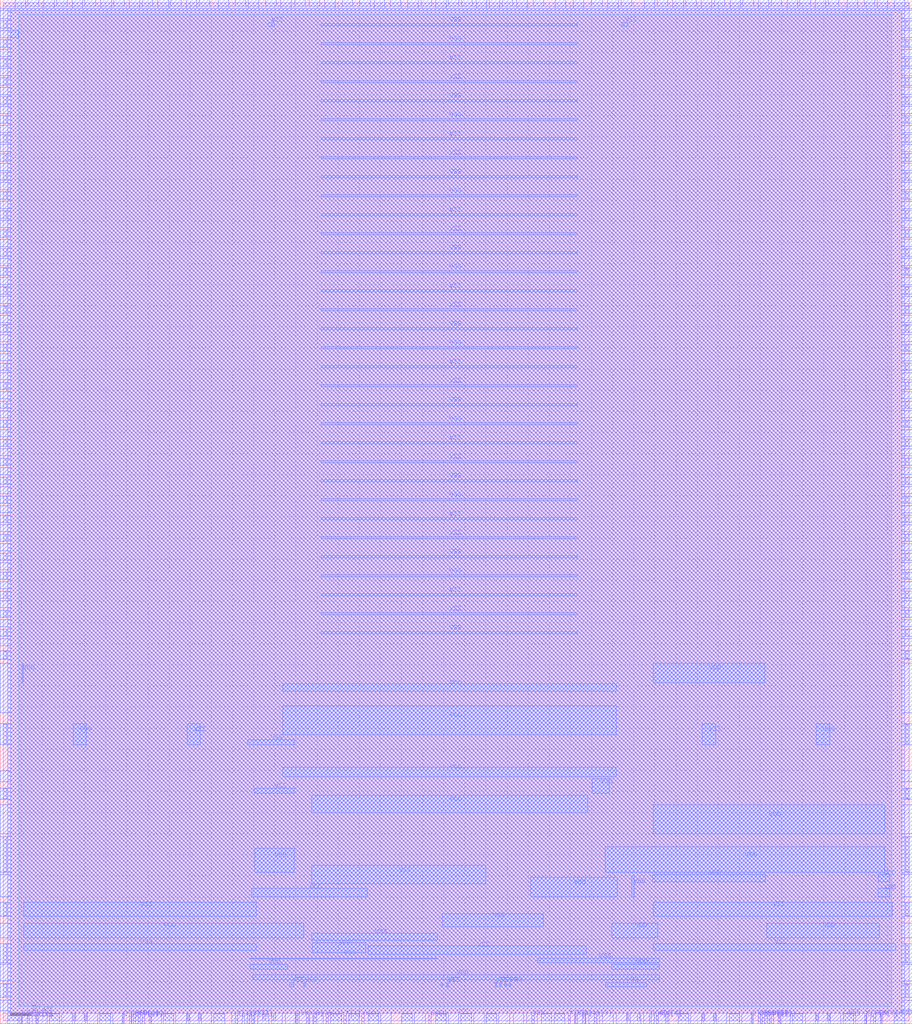
<source format=lef>
VERSION 5.7 ;
  NOWIREEXTENSIONATPIN ON ;
  DIVIDERCHAR "/" ;
  BUSBITCHARS "[]" ;
MACRO gf180mcu_fd_ip_sram__sram512x8m8wm1
  CLASS BLOCK ;
  FOREIGN gf180mcu_fd_ip_sram__sram512x8m8wm1 ;
  ORIGIN 0.000 0.000 ;
  SIZE 431.860 BY 484.880 ;
  SYMMETRY X Y R90 ;
  PIN A[8]
    DIRECTION INPUT ;
    USE SIGNAL ;
    ANTENNADIFFAREA 1.997600 ;
    PORT
      LAYER Metal2 ;
        RECT 145.030 0.000 146.150 5.000 ;
    END
  END A[8]
  PIN A[7]
    DIRECTION INPUT ;
    USE SIGNAL ;
    ANTENNADIFFAREA 1.997600 ;
    PORT
      LAYER Metal2 ;
        RECT 148.525 0.000 149.645 5.000 ;
    END
  END A[7]
  PIN A[6]
    DIRECTION INPUT ;
    USE SIGNAL ;
    ANTENNADIFFAREA 1.997600 ;
    PORT
      LAYER Metal2 ;
        RECT 268.860 0.000 269.980 5.000 ;
    END
  END A[6]
  PIN A[5]
    DIRECTION INPUT ;
    USE SIGNAL ;
    ANTENNADIFFAREA 1.997600 ;
    PORT
      LAYER Metal2 ;
        RECT 272.085 0.000 273.205 5.000 ;
    END
  END A[5]
  PIN A[4]
    DIRECTION INPUT ;
    USE SIGNAL ;
    ANTENNADIFFAREA 1.997600 ;
    PORT
      LAYER Metal2 ;
        RECT 275.820 0.000 276.940 5.000 ;
    END
  END A[4]
  PIN A[3]
    DIRECTION INPUT ;
    USE SIGNAL ;
    ANTENNADIFFAREA 1.997600 ;
    PORT
      LAYER Metal2 ;
        RECT 281.325 0.000 282.445 5.000 ;
    END
  END A[3]
  PIN A[2]
    DIRECTION INPUT ;
    USE SIGNAL ;
    ANTENNADIFFAREA 1.997600 ;
    PORT
      LAYER Metal2 ;
        RECT 154.295 0.000 155.415 5.000 ;
    END
  END A[2]
  PIN A[1]
    DIRECTION INPUT ;
    USE SIGNAL ;
    ANTENNADIFFAREA 1.997600 ;
    PORT
      LAYER Metal2 ;
        RECT 162.760 0.000 163.880 5.000 ;
    END
  END A[1]
  PIN A[0]
    DIRECTION INPUT ;
    USE SIGNAL ;
    ANTENNADIFFAREA 1.997600 ;
    PORT
      LAYER Metal2 ;
        RECT 171.215 0.000 172.335 5.000 ;
    END
  END A[0]
  PIN CEN
    DIRECTION INPUT ;
    USE SIGNAL ;
    ANTENNADIFFAREA 1.997600 ;
    PORT
      LAYER Metal2 ;
        RECT 251.710 0.000 252.830 5.000 ;
    END
  END CEN
  PIN CLK
    DIRECTION INPUT ;
    USE SIGNAL ;
    ANTENNAGATEAREA 44.706600 ;
    PORT
      LAYER Metal2 ;
        RECT 139.680 0.000 140.800 5.000 ;
    END
  END CLK
  PIN D[7]
    DIRECTION INPUT ;
    USE SIGNAL ;
    ANTENNAGATEAREA 1.152000 ;
    PORT
      LAYER Metal2 ;
        RECT 416.860 0.000 417.980 5.000 ;
    END
  END D[7]
  PIN D[6]
    DIRECTION INPUT ;
    USE SIGNAL ;
    ANTENNAGATEAREA 1.152000 ;
    PORT
      LAYER Metal2 ;
        RECT 365.150 0.000 366.270 5.000 ;
    END
  END D[6]
  PIN D[5]
    DIRECTION INPUT ;
    USE SIGNAL ;
    ANTENNAGATEAREA 1.152000 ;
    PORT
      LAYER Metal2 ;
        RECT 358.910 0.000 360.030 5.000 ;
    END
  END D[5]
  PIN D[4]
    DIRECTION INPUT ;
    USE SIGNAL ;
    ANTENNAGATEAREA 1.152000 ;
    PORT
      LAYER Metal2 ;
        RECT 307.235 0.000 308.355 5.000 ;
    END
  END D[4]
  PIN D[3]
    DIRECTION INPUT ;
    USE SIGNAL ;
    ANTENNAGATEAREA 1.152000 ;
    PORT
      LAYER Metal2 ;
        RECT 118.975 0.000 120.095 5.000 ;
    END
  END D[3]
  PIN D[2]
    DIRECTION INPUT ;
    USE SIGNAL ;
    ANTENNAGATEAREA 1.152000 ;
    PORT
      LAYER Metal2 ;
        RECT 67.270 0.000 68.390 5.000 ;
    END
  END D[2]
  PIN D[1]
    DIRECTION INPUT ;
    USE SIGNAL ;
    ANTENNAGATEAREA 1.152000 ;
    PORT
      LAYER Metal2 ;
        RECT 61.030 0.000 62.150 5.000 ;
    END
  END D[1]
  PIN D[0]
    DIRECTION INPUT ;
    USE SIGNAL ;
    ANTENNAGATEAREA 1.152000 ;
    PORT
      LAYER Metal2 ;
        RECT 9.320 0.000 10.440 5.000 ;
    END
  END D[0]
  PIN GWEN
    DIRECTION INPUT ;
    USE SIGNAL ;
    ANTENNAGATEAREA 14.466000 ;
    PORT
      LAYER Metal2 ;
        RECT 202.940 0.000 204.060 5.000 ;
    END
  END GWEN
  PIN Q[7]
    DIRECTION OUTPUT ;
    USE SIGNAL ;
    ANTENNADIFFAREA 11.328000 ;
    PORT
      LAYER Metal2 ;
        RECT 409.275 0.000 410.395 5.000 ;
    END
  END Q[7]
  PIN Q[6]
    DIRECTION OUTPUT ;
    USE SIGNAL ;
    ANTENNADIFFAREA 11.328000 ;
    PORT
      LAYER Metal2 ;
        RECT 368.515 0.000 369.635 5.000 ;
    END
  END Q[6]
  PIN Q[5]
    DIRECTION OUTPUT ;
    USE SIGNAL ;
    ANTENNADIFFAREA 11.328000 ;
    PORT
      LAYER Metal2 ;
        RECT 355.545 0.000 356.665 5.000 ;
    END
  END Q[5]
  PIN Q[4]
    DIRECTION OUTPUT ;
    USE SIGNAL ;
    ANTENNADIFFAREA 11.328000 ;
    PORT
      LAYER Metal2 ;
        RECT 314.790 0.000 315.910 5.000 ;
    END
  END Q[4]
  PIN Q[3]
    DIRECTION OUTPUT ;
    USE SIGNAL ;
    ANTENNADIFFAREA 11.328000 ;
    PORT
      LAYER Metal2 ;
        RECT 111.395 0.000 112.515 5.000 ;
    END
  END Q[3]
  PIN Q[2]
    DIRECTION OUTPUT ;
    USE SIGNAL ;
    ANTENNADIFFAREA 11.328000 ;
    PORT
      LAYER Metal2 ;
        RECT 70.635 0.000 71.755 5.000 ;
    END
  END Q[2]
  PIN Q[1]
    DIRECTION OUTPUT ;
    USE SIGNAL ;
    ANTENNADIFFAREA 11.328000 ;
    PORT
      LAYER Metal2 ;
        RECT 57.665 0.000 58.785 5.000 ;
    END
  END Q[1]
  PIN Q[0]
    DIRECTION OUTPUT ;
    USE SIGNAL ;
    ANTENNADIFFAREA 11.328000 ;
    PORT
      LAYER Metal2 ;
        RECT 16.900 0.000 18.020 5.000 ;
    END
  END Q[0]
  PIN VDD
    DIRECTION INOUT ;
    USE POWER ;
    PORT
      LAYER Metal2 ;
        RECT 3.530 479.880 428.330 480.880 ;
        RECT 3.530 5.000 5.000 479.880 ;
        RECT 426.860 5.000 428.330 479.880 ;
        RECT 3.530 1.410 8.530 5.000 ;
        RECT 423.330 1.410 428.330 5.000 ;
      LAYER Metal3 ;
        RECT 7.005 480.880 12.005 484.880 ;
        RECT 20.685 480.880 25.685 484.880 ;
        RECT 34.005 480.880 39.005 484.880 ;
        RECT 47.685 480.880 52.685 484.880 ;
        RECT 61.005 480.880 66.005 484.880 ;
        RECT 74.685 480.880 79.685 484.880 ;
        RECT 88.005 480.880 93.005 484.880 ;
        RECT 103.265 480.880 108.265 484.880 ;
        RECT 117.415 480.880 122.415 484.880 ;
        RECT 132.860 480.880 137.860 484.880 ;
        RECT 153.550 480.880 158.550 484.880 ;
        RECT 177.075 480.880 182.075 484.880 ;
        RECT 192.925 480.880 197.925 484.880 ;
        RECT 206.150 480.880 211.150 484.880 ;
        RECT 225.345 480.880 230.345 484.880 ;
        RECT 231.565 480.880 236.565 484.880 ;
        RECT 244.505 480.880 249.505 484.880 ;
        RECT 262.845 480.880 267.845 484.880 ;
        RECT 271.310 480.880 276.310 484.880 ;
        RECT 287.735 480.880 292.735 484.880 ;
        RECT 304.885 480.880 309.885 484.880 ;
        RECT 318.565 480.880 323.565 484.880 ;
        RECT 331.885 480.880 336.885 484.880 ;
        RECT 345.565 480.880 350.565 484.880 ;
        RECT 358.885 480.880 363.885 484.880 ;
        RECT 372.565 480.880 377.565 484.880 ;
        RECT 385.885 480.880 390.885 484.880 ;
        RECT 401.145 480.880 406.145 484.880 ;
        RECT 415.295 480.880 420.295 484.880 ;
        RECT 423.330 480.880 428.330 484.880 ;
        RECT 0.000 479.880 431.860 480.880 ;
        RECT 0.000 475.880 5.000 479.880 ;
        RECT 426.860 475.880 431.860 479.880 ;
        RECT 0.000 466.880 8.530 470.380 ;
        RECT 426.860 466.880 431.860 470.380 ;
        RECT 0.000 457.880 5.000 461.380 ;
        RECT 426.860 457.880 431.860 461.380 ;
        RECT 0.000 448.880 5.000 452.380 ;
        RECT 426.860 448.880 431.860 452.380 ;
        RECT 0.000 439.880 5.000 443.380 ;
        RECT 426.860 439.880 431.860 443.380 ;
        RECT 0.000 430.880 5.000 434.380 ;
        RECT 426.860 430.880 431.860 434.380 ;
        RECT 0.000 421.880 5.000 425.380 ;
        RECT 426.860 421.880 431.860 425.380 ;
        RECT 0.000 412.880 5.000 416.380 ;
        RECT 426.860 412.880 431.860 416.380 ;
        RECT 0.000 403.880 5.000 407.380 ;
        RECT 426.860 403.880 431.860 407.380 ;
        RECT 0.000 394.880 5.000 398.380 ;
        RECT 426.860 394.880 431.860 398.380 ;
        RECT 0.000 385.880 5.000 389.380 ;
        RECT 426.860 385.880 431.860 389.380 ;
        RECT 0.000 376.880 5.000 380.380 ;
        RECT 426.860 376.880 431.860 380.380 ;
        RECT 0.000 367.880 5.000 371.380 ;
        RECT 426.860 367.880 431.860 371.380 ;
        RECT 0.000 358.880 5.000 362.380 ;
        RECT 426.860 358.880 431.860 362.380 ;
        RECT 0.000 349.880 5.000 353.380 ;
        RECT 426.860 349.880 431.860 353.380 ;
        RECT 0.000 340.880 5.000 344.380 ;
        RECT 426.860 340.880 431.860 344.380 ;
        RECT 0.000 331.880 5.000 335.380 ;
        RECT 426.860 331.880 431.860 335.380 ;
        RECT 0.000 322.880 5.000 326.380 ;
        RECT 426.860 322.880 431.860 326.380 ;
        RECT 0.000 313.880 5.000 317.380 ;
        RECT 426.860 313.880 431.860 317.380 ;
        RECT 0.000 304.880 5.000 308.380 ;
        RECT 426.860 304.880 431.860 308.380 ;
        RECT 0.000 295.880 5.000 299.380 ;
        RECT 426.860 295.880 431.860 299.380 ;
        RECT 0.000 286.880 5.000 290.380 ;
        RECT 426.860 286.880 431.860 290.380 ;
        RECT 0.000 277.880 5.000 281.380 ;
        RECT 426.860 277.880 431.860 281.380 ;
        RECT 0.000 268.880 5.000 272.380 ;
        RECT 426.860 268.880 431.860 272.380 ;
        RECT 0.000 259.880 5.000 263.380 ;
        RECT 426.860 259.880 431.860 263.380 ;
        RECT 0.000 250.880 5.000 254.380 ;
        RECT 426.860 250.880 431.860 254.380 ;
        RECT 0.000 241.880 5.000 245.380 ;
        RECT 426.860 241.880 431.860 245.380 ;
        RECT 0.000 232.880 5.000 236.380 ;
        RECT 426.860 232.880 431.860 236.380 ;
        RECT 0.000 223.880 5.000 227.380 ;
        RECT 426.860 223.880 431.860 227.380 ;
        RECT 0.000 214.880 5.000 218.380 ;
        RECT 426.860 214.880 431.860 218.380 ;
        RECT 0.000 205.880 5.000 209.380 ;
        RECT 426.860 205.880 431.860 209.380 ;
        RECT 0.000 196.880 5.000 200.380 ;
        RECT 426.860 196.880 431.860 200.380 ;
        RECT 0.000 187.880 5.000 191.380 ;
        RECT 426.860 187.880 431.860 191.380 ;
        RECT 0.000 178.880 5.000 182.380 ;
        RECT 426.860 178.880 431.860 182.380 ;
        RECT 0.000 147.150 5.000 170.625 ;
        RECT 426.860 147.150 431.860 170.625 ;
        RECT 0.000 114.690 5.000 119.690 ;
        RECT 426.860 114.690 431.860 119.690 ;
        RECT 0.000 90.080 5.000 103.695 ;
        RECT 426.860 90.080 431.860 103.695 ;
        RECT 0.000 60.180 5.000 70.890 ;
        RECT 426.860 60.180 431.860 70.890 ;
        RECT 0.000 40.760 5.000 47.575 ;
        RECT 426.860 40.760 431.860 47.575 ;
        RECT 0.000 20.300 5.000 28.145 ;
        RECT 426.860 20.300 431.860 28.145 ;
        RECT 0.000 6.160 5.000 11.160 ;
        RECT 3.530 5.000 5.000 6.160 ;
        RECT 426.860 6.160 431.860 11.160 ;
        RECT 426.860 5.000 428.330 6.160 ;
        RECT 3.530 0.000 8.530 5.000 ;
        RECT 10.195 0.000 15.195 5.000 ;
        RECT 17.210 0.000 22.210 5.000 ;
        RECT 29.210 0.000 34.210 5.000 ;
        RECT 35.210 0.000 40.210 5.000 ;
        RECT 41.210 0.000 46.210 5.000 ;
        RECT 53.210 0.000 58.210 5.000 ;
        RECT 62.215 0.000 67.215 5.000 ;
        RECT 71.210 0.000 76.210 5.000 ;
        RECT 83.210 0.000 88.210 5.000 ;
        RECT 89.210 0.000 94.210 5.000 ;
        RECT 95.210 0.000 100.210 5.000 ;
        RECT 109.550 0.000 114.550 5.000 ;
        RECT 115.550 0.000 120.550 5.000 ;
        RECT 122.050 0.000 127.050 5.000 ;
        RECT 128.550 0.000 133.550 5.000 ;
        RECT 135.050 0.000 140.050 5.000 ;
        RECT 141.550 0.000 146.550 5.000 ;
        RECT 148.050 0.000 153.050 5.000 ;
        RECT 180.155 0.000 185.155 5.000 ;
        RECT 196.140 0.000 201.140 5.000 ;
        RECT 212.165 0.000 217.165 5.000 ;
        RECT 224.165 0.000 229.165 5.000 ;
        RECT 236.165 0.000 241.165 5.000 ;
        RECT 242.830 0.000 247.830 5.000 ;
        RECT 249.380 0.000 254.380 5.000 ;
        RECT 272.290 0.000 277.290 5.000 ;
        RECT 278.790 0.000 283.790 5.000 ;
        RECT 285.290 0.000 290.290 5.000 ;
        RECT 291.790 0.000 296.790 5.000 ;
        RECT 298.290 0.000 303.290 5.000 ;
        RECT 304.790 0.000 309.790 5.000 ;
        RECT 311.475 0.000 316.475 5.000 ;
        RECT 327.090 0.000 332.090 5.000 ;
        RECT 333.090 0.000 338.090 5.000 ;
        RECT 339.090 0.000 344.090 5.000 ;
        RECT 351.090 0.000 356.090 5.000 ;
        RECT 360.085 0.000 365.085 5.000 ;
        RECT 369.090 0.000 374.090 5.000 ;
        RECT 381.090 0.000 386.090 5.000 ;
        RECT 387.090 0.000 392.090 5.000 ;
        RECT 393.090 0.000 398.090 5.000 ;
        RECT 405.090 0.000 410.090 5.000 ;
        RECT 412.095 0.000 417.095 5.000 ;
        RECT 423.330 0.000 428.330 5.000 ;
    END
    PORT
      LAYER Metal3 ;
        RECT 11.130 40.770 143.645 47.575 ;
    END
    PORT
      LAYER Metal3 ;
        RECT 147.685 33.720 173.110 38.260 ;
    END
    PORT
      LAYER Metal3 ;
        RECT 10.475 161.575 10.940 170.630 ;
    END
    PORT
      LAYER Metal3 ;
        RECT 133.860 157.430 291.755 160.995 ;
    END
    PORT
      LAYER Metal3 ;
        RECT 133.860 136.910 291.755 150.525 ;
    END
    PORT
      LAYER Metal3 ;
        RECT 309.265 161.575 361.915 170.625 ;
    END
    PORT
      LAYER Metal3 ;
        RECT 133.850 116.850 291.740 121.390 ;
    END
    PORT
      LAYER Metal3 ;
        RECT 147.565 99.845 278.225 108.125 ;
    END
    PORT
      LAYER Metal3 ;
        RECT 309.125 90.075 418.815 103.695 ;
    END
    PORT
      LAYER Metal3 ;
        RECT 119.105 60.230 173.805 64.235 ;
    END
    PORT
      LAYER Metal3 ;
        RECT 251.140 60.175 292.105 69.330 ;
    END
    PORT
      LAYER Metal3 ;
        RECT 299.130 60.175 300.130 70.085 ;
    END
    PORT
      LAYER Metal3 ;
        RECT 309.035 67.305 362.145 70.890 ;
    END
    PORT
      LAYER Metal3 ;
        RECT 415.845 60.175 421.105 64.235 ;
    END
    PORT
      LAYER Metal3 ;
        RECT 415.845 67.305 421.105 70.895 ;
    END
    PORT
      LAYER Metal3 ;
        RECT 289.545 40.770 311.390 47.580 ;
    END
    PORT
      LAYER Metal3 ;
        RECT 363.010 40.760 416.170 47.575 ;
    END
    PORT
      LAYER Metal3 ;
        RECT 118.435 25.875 136.070 28.150 ;
    END
    PORT
      LAYER Metal3 ;
        RECT 119.545 20.830 312.145 23.095 ;
    END
    PORT
      LAYER Metal3 ;
        RECT 289.545 25.875 312.145 28.150 ;
    END
  END VDD
  PIN VSS
    DIRECTION INOUT ;
    USE GROUND ;
    PORT
      LAYER Metal1 ;
        RECT 1.410 479.880 430.450 483.470 ;
        RECT 1.410 5.000 5.000 479.880 ;
        RECT 426.860 5.000 430.450 479.880 ;
        RECT 1.410 1.410 430.450 5.000 ;
      LAYER Metal2 ;
        RECT 1.410 481.840 430.450 483.470 ;
        RECT 1.410 471.390 3.030 474.870 ;
        RECT 428.830 471.390 430.450 474.870 ;
        RECT 1.410 462.390 3.030 465.870 ;
        RECT 428.830 462.390 430.450 465.870 ;
        RECT 1.410 453.390 3.030 456.870 ;
        RECT 428.830 453.390 430.450 456.870 ;
        RECT 1.410 444.390 3.030 447.870 ;
        RECT 428.830 444.390 430.450 447.870 ;
        RECT 1.410 435.390 3.030 438.870 ;
        RECT 428.830 435.390 430.450 438.870 ;
        RECT 1.410 426.390 3.030 429.870 ;
        RECT 428.830 426.390 430.450 429.870 ;
        RECT 1.410 417.390 3.030 420.870 ;
        RECT 428.830 417.390 430.450 420.870 ;
        RECT 1.410 408.390 3.030 411.870 ;
        RECT 428.830 408.390 430.450 411.870 ;
        RECT 1.410 399.390 3.030 402.870 ;
        RECT 428.830 399.390 430.450 402.870 ;
        RECT 1.410 390.390 3.030 393.870 ;
        RECT 428.830 390.390 430.450 393.870 ;
        RECT 1.410 381.390 3.030 384.870 ;
        RECT 428.830 381.390 430.450 384.870 ;
        RECT 1.410 372.390 3.030 375.870 ;
        RECT 428.830 372.390 430.450 375.870 ;
        RECT 1.410 363.390 3.030 366.870 ;
        RECT 428.830 363.390 430.450 366.870 ;
        RECT 1.410 354.390 3.030 357.870 ;
        RECT 428.830 354.390 430.450 357.870 ;
        RECT 1.410 345.390 3.030 348.870 ;
        RECT 428.830 345.390 430.450 348.870 ;
        RECT 1.410 336.390 3.030 339.870 ;
        RECT 428.830 336.390 430.450 339.870 ;
        RECT 1.410 327.390 3.030 330.870 ;
        RECT 428.830 327.390 430.450 330.870 ;
        RECT 1.410 318.390 3.030 321.870 ;
        RECT 428.830 318.390 430.450 321.870 ;
        RECT 1.410 309.390 3.030 312.870 ;
        RECT 428.830 309.390 430.450 312.870 ;
        RECT 1.410 300.390 3.030 303.870 ;
        RECT 428.830 300.390 430.450 303.870 ;
        RECT 1.410 291.390 3.030 294.870 ;
        RECT 428.830 291.390 430.450 294.870 ;
        RECT 1.410 282.390 3.030 285.870 ;
        RECT 428.830 282.390 430.450 285.870 ;
        RECT 1.410 273.390 3.030 276.870 ;
        RECT 428.830 273.390 430.450 276.870 ;
        RECT 1.410 264.390 3.030 267.870 ;
        RECT 428.830 264.390 430.450 267.870 ;
        RECT 1.410 255.390 3.030 258.870 ;
        RECT 428.830 255.390 430.450 258.870 ;
        RECT 1.410 246.390 3.030 249.870 ;
        RECT 428.830 246.390 430.450 249.870 ;
        RECT 1.410 237.390 3.030 240.870 ;
        RECT 428.830 237.390 430.450 240.870 ;
        RECT 1.410 228.390 3.030 231.870 ;
        RECT 428.830 228.390 430.450 231.870 ;
        RECT 1.410 219.390 3.030 222.870 ;
        RECT 428.830 219.390 430.450 222.870 ;
        RECT 1.410 210.390 3.030 213.870 ;
        RECT 428.830 210.390 430.450 213.870 ;
        RECT 1.410 201.390 3.030 204.870 ;
        RECT 428.830 201.390 430.450 204.870 ;
        RECT 1.410 192.390 3.030 195.870 ;
        RECT 428.830 192.390 430.450 195.870 ;
        RECT 1.410 183.390 3.030 186.870 ;
        RECT 428.830 183.390 430.450 186.870 ;
        RECT 1.410 172.890 3.030 176.370 ;
        RECT 428.830 172.890 430.450 176.370 ;
        RECT 1.410 132.690 3.030 141.750 ;
        RECT 428.830 132.690 430.450 141.750 ;
        RECT 1.410 106.555 3.030 111.275 ;
        RECT 428.830 106.555 430.450 111.275 ;
        RECT 1.410 71.990 3.030 88.490 ;
        RECT 428.830 71.990 430.450 88.490 ;
        RECT 1.410 51.135 3.030 57.095 ;
        RECT 428.830 51.135 430.450 57.095 ;
        RECT 1.410 28.855 3.030 37.915 ;
        RECT 428.830 28.855 430.450 37.915 ;
        RECT 1.410 12.635 3.030 18.595 ;
        RECT 428.830 12.635 430.450 18.595 ;
        RECT 23.210 1.410 28.210 5.000 ;
        RECT 34.635 1.410 35.755 5.000 ;
        RECT 39.730 1.410 40.850 5.000 ;
        RECT 47.210 1.410 52.210 5.000 ;
        RECT 77.210 1.410 82.210 5.000 ;
        RECT 88.635 1.410 89.755 5.000 ;
        RECT 93.730 1.410 94.850 5.000 ;
        RECT 101.210 1.410 106.210 5.000 ;
        RECT 124.280 1.410 125.400 5.000 ;
        RECT 129.365 1.410 130.485 5.000 ;
        RECT 156.620 1.410 161.620 5.000 ;
        RECT 165.110 1.410 170.110 5.000 ;
        RECT 174.155 1.410 179.155 5.000 ;
        RECT 190.140 1.410 195.140 5.000 ;
        RECT 206.165 1.410 211.165 5.000 ;
        RECT 218.165 1.410 223.165 5.000 ;
        RECT 230.165 1.410 235.165 5.000 ;
        RECT 256.165 1.410 261.165 5.000 ;
        RECT 262.390 1.410 267.390 5.000 ;
        RECT 296.565 1.410 297.685 5.000 ;
        RECT 301.650 1.410 302.770 5.000 ;
        RECT 321.090 1.410 326.090 5.000 ;
        RECT 332.515 1.410 333.635 5.000 ;
        RECT 337.610 1.410 338.730 5.000 ;
        RECT 345.090 1.410 350.090 5.000 ;
        RECT 375.090 1.410 380.090 5.000 ;
        RECT 386.515 1.410 387.635 5.000 ;
        RECT 391.610 1.410 392.730 5.000 ;
        RECT 399.090 1.410 404.090 5.000 ;
      LAYER Metal3 ;
        RECT 13.130 481.840 18.130 484.880 ;
        RECT 26.810 481.840 31.810 484.880 ;
        RECT 40.130 481.840 45.130 484.880 ;
        RECT 53.810 481.840 58.810 484.880 ;
        RECT 67.130 481.840 72.130 484.880 ;
        RECT 80.810 481.840 85.810 484.880 ;
        RECT 94.130 481.840 99.130 484.880 ;
        RECT 111.290 481.840 116.290 484.880 ;
        RECT 125.790 481.840 130.790 484.880 ;
        RECT 139.385 481.840 144.385 484.880 ;
        RECT 146.365 481.840 151.365 484.880 ;
        RECT 161.905 481.840 166.905 484.880 ;
        RECT 170.120 481.840 175.120 484.880 ;
        RECT 184.740 481.840 189.740 484.880 ;
        RECT 199.410 481.840 204.410 484.880 ;
        RECT 212.150 481.840 217.150 484.880 ;
        RECT 218.565 481.840 223.565 484.880 ;
        RECT 237.690 481.840 242.690 484.880 ;
        RECT 252.325 481.840 257.325 484.880 ;
        RECT 279.950 481.840 284.950 484.880 ;
        RECT 293.955 481.840 298.955 484.880 ;
        RECT 311.010 481.840 316.010 484.880 ;
        RECT 324.690 481.840 329.690 484.880 ;
        RECT 338.010 481.840 343.010 484.880 ;
        RECT 351.690 481.840 356.690 484.880 ;
        RECT 365.010 481.840 370.010 484.880 ;
        RECT 378.690 481.840 383.690 484.880 ;
        RECT 392.010 481.840 397.010 484.880 ;
        RECT 409.170 481.840 414.170 484.880 ;
        RECT 0.000 471.380 5.000 474.880 ;
        RECT 426.860 471.380 431.860 474.880 ;
        RECT 0.000 462.380 5.000 465.880 ;
        RECT 426.860 462.380 431.860 465.880 ;
        RECT 0.000 453.380 5.000 456.880 ;
        RECT 426.860 453.380 431.860 456.880 ;
        RECT 0.000 444.380 5.000 447.880 ;
        RECT 426.860 444.380 431.860 447.880 ;
        RECT 0.000 435.380 5.000 438.880 ;
        RECT 426.860 435.380 431.860 438.880 ;
        RECT 0.000 426.380 5.000 429.880 ;
        RECT 426.860 426.380 431.860 429.880 ;
        RECT 0.000 417.380 5.000 420.880 ;
        RECT 426.860 417.380 431.860 420.880 ;
        RECT 0.000 408.380 5.000 411.880 ;
        RECT 426.860 408.380 431.860 411.880 ;
        RECT 0.000 399.380 5.000 402.880 ;
        RECT 426.860 399.380 431.860 402.880 ;
        RECT 0.000 390.380 5.000 393.880 ;
        RECT 426.860 390.380 431.860 393.880 ;
        RECT 0.000 381.380 5.000 384.880 ;
        RECT 426.860 381.380 431.860 384.880 ;
        RECT 0.000 372.380 5.000 375.880 ;
        RECT 426.860 372.380 431.860 375.880 ;
        RECT 0.000 363.380 5.000 366.880 ;
        RECT 426.860 363.380 431.860 366.880 ;
        RECT 0.000 354.380 5.000 357.880 ;
        RECT 426.860 354.380 431.860 357.880 ;
        RECT 0.000 345.380 5.000 348.880 ;
        RECT 426.860 345.380 431.860 348.880 ;
        RECT 0.000 336.380 5.000 339.880 ;
        RECT 426.860 336.380 431.860 339.880 ;
        RECT 0.000 327.380 5.000 330.880 ;
        RECT 426.860 327.380 431.860 330.880 ;
        RECT 0.000 318.380 5.000 321.880 ;
        RECT 426.860 318.380 431.860 321.880 ;
        RECT 0.000 309.380 5.000 312.880 ;
        RECT 426.860 309.380 431.860 312.880 ;
        RECT 0.000 300.380 5.000 303.880 ;
        RECT 426.860 300.380 431.860 303.880 ;
        RECT 0.000 291.380 5.000 294.880 ;
        RECT 426.860 291.380 431.860 294.880 ;
        RECT 0.000 282.380 5.000 285.880 ;
        RECT 426.860 282.380 431.860 285.880 ;
        RECT 0.000 273.380 5.000 276.880 ;
        RECT 426.860 273.380 431.860 276.880 ;
        RECT 0.000 264.380 5.000 267.880 ;
        RECT 426.860 264.380 431.860 267.880 ;
        RECT 0.000 255.380 5.000 258.880 ;
        RECT 426.860 255.380 431.860 258.880 ;
        RECT 0.000 246.380 5.000 249.880 ;
        RECT 426.860 246.380 431.860 249.880 ;
        RECT 0.000 237.380 5.000 240.880 ;
        RECT 426.860 237.380 431.860 240.880 ;
        RECT 0.000 228.380 5.000 231.880 ;
        RECT 426.860 228.380 431.860 231.880 ;
        RECT 0.000 219.380 5.000 222.880 ;
        RECT 426.860 219.380 431.860 222.880 ;
        RECT 0.000 210.380 5.000 213.880 ;
        RECT 426.860 210.380 431.860 213.880 ;
        RECT 0.000 201.380 5.000 204.880 ;
        RECT 426.860 201.380 431.860 204.880 ;
        RECT 0.000 192.380 5.000 195.880 ;
        RECT 426.860 192.380 431.860 195.880 ;
        RECT 0.000 183.380 5.000 186.880 ;
        RECT 426.860 183.380 431.860 186.880 ;
        RECT 0.000 172.680 5.000 176.630 ;
        RECT 426.860 172.680 431.860 176.630 ;
        RECT 0.000 132.175 5.000 142.080 ;
        RECT 426.860 132.175 431.860 142.080 ;
        RECT 0.000 106.410 5.000 111.410 ;
        RECT 426.860 106.410 431.860 111.410 ;
        RECT 0.000 71.640 5.000 88.650 ;
        RECT 426.860 71.640 431.860 88.650 ;
        RECT 0.000 50.880 5.000 57.465 ;
        RECT 426.860 50.880 431.860 57.465 ;
        RECT 0.000 28.830 5.000 37.980 ;
        RECT 426.860 28.830 431.860 37.980 ;
        RECT 0.000 12.510 5.000 18.860 ;
        RECT 426.860 12.510 431.860 18.860 ;
        RECT 23.210 0.000 28.210 4.660 ;
        RECT 47.210 0.000 52.210 4.660 ;
        RECT 77.210 0.000 82.210 4.660 ;
        RECT 101.210 0.000 106.210 4.660 ;
        RECT 156.620 0.000 161.620 4.660 ;
        RECT 165.110 0.000 170.110 4.660 ;
        RECT 174.155 0.000 179.155 4.660 ;
        RECT 190.140 0.000 195.140 4.660 ;
        RECT 206.165 0.000 211.165 4.660 ;
        RECT 218.165 0.000 223.165 4.660 ;
        RECT 230.165 0.000 235.165 4.660 ;
        RECT 256.165 0.000 261.165 4.660 ;
        RECT 262.390 0.000 267.390 4.660 ;
        RECT 321.090 0.000 326.090 4.660 ;
        RECT 345.090 0.000 350.090 4.660 ;
        RECT 375.090 0.000 380.090 4.660 ;
        RECT 399.090 0.000 404.090 4.660 ;
    END
    PORT
      LAYER Metal3 ;
        RECT 34.605 132.170 40.815 142.060 ;
    END
    PORT
      LAYER Metal3 ;
        RECT 88.605 132.170 94.815 142.060 ;
    END
    PORT
      LAYER Metal3 ;
        RECT 117.125 132.170 139.140 134.450 ;
    END
    PORT
      LAYER Metal3 ;
        RECT 11.245 50.870 121.250 57.455 ;
    END
    PORT
      LAYER Metal3 ;
        RECT 126.880 472.305 129.740 473.925 ;
    END
    PORT
      LAYER Metal3 ;
        RECT 152.010 472.630 273.110 473.640 ;
    END
    PORT
      LAYER Metal3 ;
        RECT 294.275 472.305 297.135 473.925 ;
    END
    PORT
      LAYER Metal3 ;
        RECT 152.015 463.630 273.110 464.640 ;
    END
    PORT
      LAYER Metal3 ;
        RECT 152.015 454.630 273.110 455.640 ;
    END
    PORT
      LAYER Metal3 ;
        RECT 152.015 445.630 273.110 446.640 ;
    END
    PORT
      LAYER Metal3 ;
        RECT 152.015 436.630 273.110 437.640 ;
    END
    PORT
      LAYER Metal3 ;
        RECT 152.015 427.630 273.110 428.640 ;
    END
    PORT
      LAYER Metal3 ;
        RECT 152.015 418.630 273.110 419.640 ;
    END
    PORT
      LAYER Metal3 ;
        RECT 152.015 409.630 273.110 410.640 ;
    END
    PORT
      LAYER Metal3 ;
        RECT 152.015 400.630 273.110 401.640 ;
    END
    PORT
      LAYER Metal3 ;
        RECT 152.015 391.630 273.110 392.640 ;
    END
    PORT
      LAYER Metal3 ;
        RECT 152.015 382.630 273.110 383.640 ;
    END
    PORT
      LAYER Metal3 ;
        RECT 152.015 373.630 273.110 374.640 ;
    END
    PORT
      LAYER Metal3 ;
        RECT 152.015 364.630 273.110 365.640 ;
    END
    PORT
      LAYER Metal3 ;
        RECT 152.015 355.630 273.110 356.640 ;
    END
    PORT
      LAYER Metal3 ;
        RECT 152.015 346.630 273.110 347.640 ;
    END
    PORT
      LAYER Metal3 ;
        RECT 152.015 337.630 273.110 338.640 ;
    END
    PORT
      LAYER Metal3 ;
        RECT 152.015 328.630 273.110 329.640 ;
    END
    PORT
      LAYER Metal3 ;
        RECT 152.015 319.630 273.110 320.640 ;
    END
    PORT
      LAYER Metal3 ;
        RECT 152.015 310.630 273.110 311.640 ;
    END
    PORT
      LAYER Metal3 ;
        RECT 152.015 301.630 273.110 302.640 ;
    END
    PORT
      LAYER Metal3 ;
        RECT 152.015 292.630 273.110 293.640 ;
    END
    PORT
      LAYER Metal3 ;
        RECT 152.015 283.630 273.110 284.640 ;
    END
    PORT
      LAYER Metal3 ;
        RECT 152.015 274.630 273.110 275.640 ;
    END
    PORT
      LAYER Metal3 ;
        RECT 152.015 265.630 273.110 266.640 ;
    END
    PORT
      LAYER Metal3 ;
        RECT 152.015 256.630 273.110 257.640 ;
    END
    PORT
      LAYER Metal3 ;
        RECT 152.015 247.630 273.110 248.640 ;
    END
    PORT
      LAYER Metal3 ;
        RECT 152.015 238.630 273.110 239.640 ;
    END
    PORT
      LAYER Metal3 ;
        RECT 152.015 229.630 273.110 230.640 ;
    END
    PORT
      LAYER Metal3 ;
        RECT 152.015 220.630 273.110 221.640 ;
    END
    PORT
      LAYER Metal3 ;
        RECT 152.015 211.630 273.110 212.640 ;
    END
    PORT
      LAYER Metal3 ;
        RECT 152.015 202.630 273.110 203.640 ;
    END
    PORT
      LAYER Metal3 ;
        RECT 152.015 193.630 273.110 194.640 ;
    END
    PORT
      LAYER Metal3 ;
        RECT 152.015 184.630 273.110 185.640 ;
    END
    PORT
      LAYER Metal3 ;
        RECT 332.485 132.170 338.695 142.060 ;
    END
    PORT
      LAYER Metal3 ;
        RECT 386.485 132.170 392.695 142.060 ;
    END
    PORT
      LAYER Metal3 ;
        RECT 120.180 109.130 139.130 111.410 ;
    END
    PORT
      LAYER Metal3 ;
        RECT 280.390 109.130 288.405 115.995 ;
    END
    PORT
      LAYER Metal3 ;
        RECT 120.555 71.645 139.140 82.990 ;
    END
    PORT
      LAYER Metal3 ;
        RECT 147.390 66.215 229.885 75.075 ;
    END
    PORT
      LAYER Metal3 ;
        RECT 286.475 71.635 418.815 83.920 ;
    END
    PORT
      LAYER Metal3 ;
        RECT 309.125 50.865 422.410 57.465 ;
    END
    PORT
      LAYER Metal3 ;
        RECT 11.245 34.900 121.250 37.975 ;
    END
    PORT
      LAYER Metal3 ;
        RECT 118.435 30.885 206.985 30.995 ;
    END
    PORT
      LAYER Metal3 ;
        RECT 147.565 39.500 206.985 42.910 ;
    END
    PORT
      LAYER Metal3 ;
        RECT 174.300 32.960 277.410 36.960 ;
    END
    PORT
      LAYER Metal3 ;
        RECT 209.285 45.825 257.150 52.100 ;
    END
    PORT
      LAYER Metal3 ;
        RECT 254.610 28.830 312.145 30.995 ;
    END
    PORT
      LAYER Metal3 ;
        RECT 309.125 34.900 423.935 37.975 ;
    END
    PORT
      LAYER Metal3 ;
        RECT 137.190 17.620 138.890 19.380 ;
    END
    PORT
      LAYER Metal3 ;
        RECT 143.820 17.620 144.470 19.380 ;
    END
    PORT
      LAYER Metal3 ;
        RECT 208.870 17.620 209.520 19.380 ;
    END
    PORT
      LAYER Metal3 ;
        RECT 211.495 17.620 212.145 19.380 ;
    END
    PORT
      LAYER Metal3 ;
        RECT 234.365 17.620 235.015 19.380 ;
    END
    PORT
      LAYER Metal3 ;
        RECT 236.605 17.620 237.255 19.380 ;
    END
    PORT
      LAYER Metal3 ;
        RECT 238.845 17.620 239.495 19.380 ;
    END
    PORT
      LAYER Metal3 ;
        RECT 241.085 17.620 241.735 19.380 ;
    END
    PORT
      LAYER Metal3 ;
        RECT 286.725 17.620 306.075 19.380 ;
    END
  END VSS
  PIN WEN[7]
    DIRECTION INPUT ;
    USE SIGNAL ;
    ANTENNAGATEAREA 1.938000 ;
    PORT
      LAYER Metal2 ;
        RECT 413.475 0.000 414.595 5.000 ;
    END
  END WEN[7]
  PIN WEN[6]
    DIRECTION INPUT ;
    USE SIGNAL ;
    ANTENNAGATEAREA 1.938000 ;
    PORT
      LAYER Metal2 ;
        RECT 363.150 0.000 364.270 5.000 ;
    END
  END WEN[6]
  PIN WEN[5]
    DIRECTION INPUT ;
    USE SIGNAL ;
    ANTENNAGATEAREA 1.938000 ;
    PORT
      LAYER Metal2 ;
        RECT 360.900 0.000 362.020 5.000 ;
    END
  END WEN[5]
  PIN WEN[4]
    DIRECTION INPUT ;
    USE SIGNAL ;
    ANTENNAGATEAREA 1.938000 ;
    PORT
      LAYER Metal2 ;
        RECT 310.575 0.000 311.695 5.000 ;
    END
  END WEN[4]
  PIN WEN[3]
    DIRECTION INPUT ;
    USE SIGNAL ;
    ANTENNAGATEAREA 1.938000 ;
    PORT
      LAYER Metal2 ;
        RECT 117.020 0.000 118.140 5.000 ;
    END
  END WEN[3]
  PIN WEN[2]
    DIRECTION INPUT ;
    USE SIGNAL ;
    ANTENNAGATEAREA 1.938000 ;
    PORT
      LAYER Metal2 ;
        RECT 65.270 0.000 66.390 5.000 ;
    END
  END WEN[2]
  PIN WEN[1]
    DIRECTION INPUT ;
    USE SIGNAL ;
    ANTENNAGATEAREA 1.938000 ;
    PORT
      LAYER Metal2 ;
        RECT 63.020 0.000 64.140 5.000 ;
    END
  END WEN[1]
  PIN WEN[0]
    DIRECTION INPUT ;
    USE SIGNAL ;
    ANTENNAGATEAREA 1.938000 ;
    PORT
      LAYER Metal2 ;
        RECT 12.695 0.000 13.815 5.000 ;
    END
  END WEN[0]
  OBS
      LAYER Nwell ;
        RECT 8.870 8.245 422.170 477.950 ;
      LAYER Metal1 ;
        RECT 5.000 5.000 426.860 479.880 ;
      LAYER Metal2 ;
        RECT 5.000 5.000 426.860 479.880 ;
      LAYER Metal3 ;
        RECT 5.000 5.000 426.860 479.880 ;
  END
END gf180mcu_fd_ip_sram__sram512x8m8wm1
END LIBRARY


</source>
